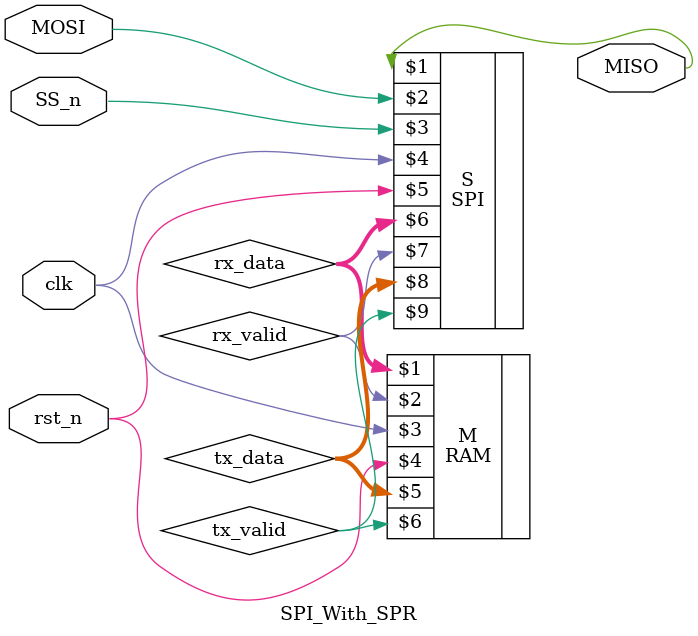
<source format=v>
module SPI_With_SPR(MOSI,MISO,SS_n,clk,rst_n);
input MOSI,SS_n,clk,rst_n;
output MISO;
wire [9:0] rx_data;
wire [7:0] tx_data;
wire tx_valid,rx_valid;
RAM M(rx_data, rx_valid, clk, rst_n, tx_data, tx_valid);
SPI S(MISO, MOSI, SS_n, clk, rst_n, rx_data, rx_valid, tx_data, tx_valid);
endmodule
</source>
